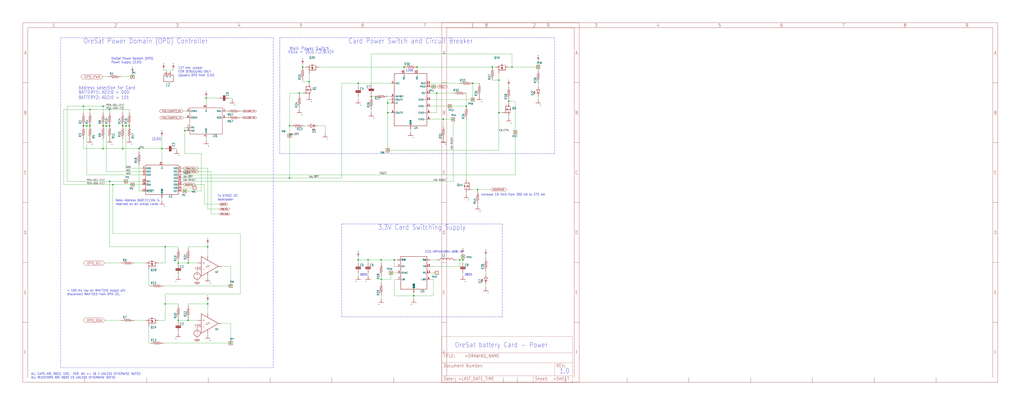
<source format=kicad_sch>
(kicad_sch (version 20211123) (generator eeschema)
  (paper "User" 795.02 317.906)
  (junction (at 361.95 82.55))
  (junction (at 300.99 87.63))
  (junction (at 69.85 85.09))
  (junction (at 367.03 64.77))
  (junction (at 97.79 97.79))
  (junction (at 397.51 52.07))
  (junction (at 240.03 63.5))
  (junction (at 356.87 201.93))
  (junction (at 224.79 97.79))
  (junction (at 64.77 97.79))
  (junction (at 382.27 52.07))
  (junction (at 161.29 236.22))
  (junction (at 295.91 217.17))
  (junction (at 339.09 72.39))
  (junction (at 394.97 78.74))
  (junction (at 387.35 62.23))
  (junction (at 295.91 201.93))
  (junction (at 85.09 140.97))
  (junction (at 224.79 138.43))
  (junction (at 100.33 97.79))
  (junction (at 232.41 72.39))
  (junction (at 87.63 143.51))
  (junction (at 82.55 97.79))
  (junction (at 303.53 212.09))
  (junction (at 143.51 101.6))
  (junction (at 146.05 248.92))
  (junction (at 400.05 102.87))
  (junction (at 80.01 115.57))
  (junction (at 351.79 92.71))
  (junction (at 80.01 97.79))
  (junction (at 278.13 64.77))
  (junction (at 300.99 116.84))
  (junction (at 102.87 59.69))
  (junction (at 306.07 201.93))
  (junction (at 179.07 222.25))
  (junction (at 224.79 105.41))
  (junction (at 323.85 52.07))
  (junction (at 102.87 143.51))
  (junction (at 138.43 204.47))
  (junction (at 234.95 52.07))
  (junction (at 128.27 236.22))
  (junction (at 160.02 76.2))
  (junction (at 349.25 82.55))
  (junction (at 97.79 140.97))
  (junction (at 95.25 115.57))
  (junction (at 321.31 229.87))
  (junction (at 95.25 97.79))
  (junction (at 107.95 115.57))
  (junction (at 370.84 147.32))
  (junction (at 417.83 52.07))
  (junction (at 179.07 266.7))
  (junction (at 300.99 80.01))
  (junction (at 313.69 52.07))
  (junction (at 138.43 248.92))
  (junction (at 161.29 191.77))
  (junction (at 285.75 201.93))
  (junction (at 288.29 74.93))
  (junction (at 146.05 204.47))
  (junction (at 67.31 97.79))
  (junction (at 143.51 148.59))
  (junction (at 69.85 97.79))
  (junction (at 344.17 92.71))
  (junction (at 85.09 97.79))
  (junction (at 336.55 67.31))
  (junction (at 85.09 85.09))
  (junction (at 80.01 82.55))
  (junction (at 367.03 77.47))
  (junction (at 125.73 115.57))
  (junction (at 64.77 82.55))
  (junction (at 387.35 87.63))
  (junction (at 359.41 199.39))
  (junction (at 278.13 201.93))
  (junction (at 359.41 201.93))
  (junction (at 128.27 191.77))
  (wire (pts (xy 128.27 236.22) (xy 128.27 228.6)))
  (wire (pts (xy 400.05 78.74) (xy 400.05 102.87)))
  (wire (pts (xy 226.06 97.79) (xy 224.79 97.79)))
  (wire (pts (xy 359.41 204.47) (xy 359.41 201.93)))
  (wire (pts (xy 160.02 76.2) (xy 170.18 76.2)))
  (wire (pts (xy 387.35 116.84) (xy 300.99 116.84)))
  (wire (pts (xy 138.43 204.47) (xy 146.05 204.47)))
  (wire (pts (xy 377.19 210.82) (xy 377.19 213.36)))
  (wire (pts (xy 417.83 74.93) (xy 417.83 77.47)))
  (polyline (pts (xy 212.09 285.75) (xy 46.99 285.75)))
  (wire (pts (xy 234.95 49.53) (xy 234.95 52.07)))
  (wire (pts (xy 116.84 222.25) (xy 115.57 222.25)))
  (wire (pts (xy 236.22 97.79) (xy 238.76 97.79)))
  (wire (pts (xy 300.99 80.01) (xy 300.99 87.63)))
  (wire (pts (xy 288.29 66.04) (xy 288.29 41.91)))
  (wire (pts (xy 172.085 207.01) (xy 179.07 207.01)))
  (wire (pts (xy 138.43 191.77) (xy 128.27 191.77)))
  (wire (pts (xy 127 222.25) (xy 179.07 222.25)))
  (polyline (pts (xy 212.09 29.21) (xy 212.09 285.75)))
  (wire (pts (xy 160.02 109.22) (xy 160.02 106.68)))
  (wire (pts (xy 224.79 105.41) (xy 224.79 138.43)))
  (wire (pts (xy 288.29 73.66) (xy 288.29 74.93)))
  (wire (pts (xy 128.27 191.77) (xy 85.09 191.77)))
  (wire (pts (xy 334.01 72.39) (xy 339.09 72.39)))
  (wire (pts (xy 100.33 85.09) (xy 100.33 87.63)))
  (wire (pts (xy 367.03 64.77) (xy 372.11 64.77)))
  (wire (pts (xy 146.05 203.2) (xy 146.05 204.47)))
  (wire (pts (xy 356.87 201.93) (xy 354.33 201.93)))
  (wire (pts (xy 67.31 135.89) (xy 67.31 97.79)))
  (wire (pts (xy 306.07 217.17) (xy 306.07 229.87)))
  (wire (pts (xy 246.38 97.79) (xy 252.476 97.79)))
  (wire (pts (xy 93.98 59.69) (xy 102.87 59.69)))
  (wire (pts (xy 85.09 97.79) (xy 82.55 97.79)))
  (wire (pts (xy 303.53 74.93) (xy 300.99 74.93)))
  (wire (pts (xy 377.19 198.12) (xy 377.19 200.66)))
  (wire (pts (xy 179.07 251.46) (xy 179.07 266.7)))
  (wire (pts (xy 334.01 201.93) (xy 339.09 201.93)))
  (wire (pts (xy 102.87 143.51) (xy 87.63 143.51)))
  (polyline (pts (xy 389.89 246.38) (xy 265.43 246.38)))
  (wire (pts (xy 394.97 90.17) (xy 394.97 91.44)))
  (wire (pts (xy 359.41 214.63) (xy 359.41 212.09)))
  (wire (pts (xy 232.41 72.39) (xy 224.79 72.39)))
  (wire (pts (xy 387.35 62.23) (xy 387.35 87.63)))
  (wire (pts (xy 129.54 54.61) (xy 129.54 55.88)))
  (wire (pts (xy 93.98 248.92) (xy 81.28 248.92)))
  (wire (pts (xy 394.97 78.74) (xy 400.05 78.74)))
  (polyline (pts (xy 430.53 29.21) (xy 430.53 119.38)))
  (wire (pts (xy 278.13 212.09) (xy 278.13 214.63)))
  (wire (pts (xy 400.05 102.87) (xy 400.05 135.89)))
  (wire (pts (xy 394.97 78.74) (xy 394.97 80.01)))
  (wire (pts (xy 127 53.34) (xy 127 54.61)))
  (wire (pts (xy 128.27 228.6) (xy 186.69 228.6)))
  (wire (pts (xy 161.29 130.81) (xy 161.29 162.56)))
  (wire (pts (xy 334.01 87.63) (xy 339.09 87.63)))
  (wire (pts (xy 49.53 143.51) (xy 49.53 85.09)))
  (wire (pts (xy 285.75 214.63) (xy 285.75 212.09)))
  (wire (pts (xy 417.83 64.77) (xy 417.83 67.31)))
  (wire (pts (xy 336.55 229.87) (xy 321.31 229.87)))
  (wire (pts (xy 252.476 97.79) (xy 252.476 103.886)))
  (wire (pts (xy 128.27 248.92) (xy 123.19 248.92)))
  (wire (pts (xy 234.95 52.07) (xy 237.49 52.07)))
  (wire (pts (xy 265.43 64.77) (xy 278.13 64.77)))
  (wire (pts (xy 349.25 82.55) (xy 361.95 82.55)))
  (wire (pts (xy 356.87 201.93) (xy 359.41 201.93)))
  (wire (pts (xy 161.29 130.81) (xy 140.97 130.81)))
  (wire (pts (xy 115.57 222.25) (xy 115.57 209.55)))
  (wire (pts (xy 161.29 260.35) (xy 161.29 259.08)))
  (wire (pts (xy 64.77 82.55) (xy 80.01 82.55)))
  (wire (pts (xy 278.13 77.47) (xy 278.13 74.93)))
  (wire (pts (xy 138.43 259.08) (xy 138.43 257.81)))
  (wire (pts (xy 321.31 232.41) (xy 321.31 229.87)))
  (wire (pts (xy 336.55 67.31) (xy 339.09 67.31)))
  (wire (pts (xy 400.05 135.89) (xy 140.97 135.89)))
  (wire (pts (xy 49.53 85.09) (xy 69.85 85.09)))
  (wire (pts (xy 295.91 217.17) (xy 295.91 214.63)))
  (wire (pts (xy 110.49 148.59) (xy 107.95 148.59)))
  (wire (pts (xy 138.43 248.92) (xy 138.43 247.65)))
  (wire (pts (xy 134.62 54.61) (xy 132.08 54.61)))
  (wire (pts (xy 361.95 151.13) (xy 361.95 149.86)))
  (wire (pts (xy 318.77 102.87) (xy 318.77 100.33)))
  (wire (pts (xy 138.43 205.74) (xy 138.43 204.47)))
  (wire (pts (xy 351.79 140.97) (xy 351.79 92.71)))
  (polyline (pts (xy 46.99 285.75) (xy 46.99 29.21)))
  (wire (pts (xy 339.09 87.63) (xy 339.09 72.39)))
  (wire (pts (xy 128.27 204.47) (xy 123.19 204.47)))
  (wire (pts (xy 179.07 266.7) (xy 127 266.7)))
  (wire (pts (xy 161.29 191.77) (xy 161.29 189.23)))
  (wire (pts (xy 175.26 86.36) (xy 176.53 86.36)))
  (wire (pts (xy 394.97 66.04) (xy 394.97 67.31)))
  (wire (pts (xy 64.77 87.63) (xy 64.77 82.55)))
  (wire (pts (xy 80.01 87.63) (xy 80.01 82.55)))
  (wire (pts (xy 361.95 139.7) (xy 361.95 92.71)))
  (wire (pts (xy 300.99 80.01) (xy 303.53 80.01)))
  (wire (pts (xy 110.49 133.35) (xy 82.55 133.35)))
  (wire (pts (xy 351.79 92.71) (xy 344.17 92.71)))
  (wire (pts (xy 158.75 158.75) (xy 170.18 158.75)))
  (wire (pts (xy 146.05 204.47) (xy 153.67 204.47)))
  (wire (pts (xy 113.03 248.92) (xy 104.14 248.92)))
  (wire (pts (xy 125.73 115.57) (xy 128.27 115.57)))
  (wire (pts (xy 64.77 115.57) (xy 80.01 115.57)))
  (wire (pts (xy 300.99 116.84) (xy 300.99 87.63)))
  (wire (pts (xy 116.84 266.7) (xy 115.57 266.7)))
  (wire (pts (xy 394.97 52.07) (xy 397.51 52.07)))
  (wire (pts (xy 107.95 128.27) (xy 107.95 148.59)))
  (wire (pts (xy 240.03 63.5) (xy 240.03 57.15)))
  (wire (pts (xy 52.07 140.97) (xy 52.07 82.55)))
  (wire (pts (xy 323.85 54.61) (xy 323.85 52.07)))
  (wire (pts (xy 146.05 248.92) (xy 153.67 248.92)))
  (wire (pts (xy 134.62 53.34) (xy 134.62 54.61)))
  (wire (pts (xy 161.29 215.9) (xy 161.29 214.63)))
  (wire (pts (xy 224.79 138.43) (xy 265.43 138.43)))
  (wire (pts (xy 107.95 118.11) (xy 107.95 115.57)))
  (wire (pts (xy 128.27 236.22) (xy 128.27 248.92)))
  (wire (pts (xy 160.02 76.2) (xy 160.02 81.28)))
  (wire (pts (xy 85.09 140.97) (xy 97.79 140.97)))
  (wire (pts (xy 161.29 162.56) (xy 170.18 162.56)))
  (wire (pts (xy 278.13 201.93) (xy 278.13 199.39)))
  (wire (pts (xy 344.17 92.71) (xy 334.01 92.71)))
  (wire (pts (xy 127 54.61) (xy 129.54 54.61)))
  (polyline (pts (xy 430.53 119.38) (xy 217.17 119.38)))
  (wire (pts (xy 158.75 143.51) (xy 158.75 158.75)))
  (wire (pts (xy 161.29 236.22) (xy 146.05 236.22)))
  (wire (pts (xy 397.51 52.07) (xy 417.83 52.07)))
  (wire (pts (xy 146.05 237.49) (xy 146.05 236.22)))
  (wire (pts (xy 177.8 76.2) (xy 180.34 76.2)))
  (wire (pts (xy 295.91 204.47) (xy 295.91 201.93)))
  (wire (pts (xy 186.69 86.36) (xy 187.96 86.36)))
  (wire (pts (xy 137.16 115.57) (xy 137.16 116.84)))
  (wire (pts (xy 138.43 214.63) (xy 138.43 213.36)))
  (wire (pts (xy 82.55 133.35) (xy 82.55 97.79)))
  (wire (pts (xy 138.43 248.92) (xy 146.05 248.92)))
  (wire (pts (xy 334.01 212.09) (xy 339.09 212.09)))
  (wire (pts (xy 394.97 77.47) (xy 394.97 78.74)))
  (wire (pts (xy 64.77 115.57) (xy 64.77 107.95)))
  (wire (pts (xy 113.03 204.47) (xy 104.14 204.47)))
  (wire (pts (xy 146.05 193.04) (xy 146.05 191.77)))
  (wire (pts (xy 143.51 99.06) (xy 144.78 99.06)))
  (wire (pts (xy 186.69 91.44) (xy 187.96 91.44)))
  (wire (pts (xy 295.91 201.93) (xy 285.75 201.93)))
  (wire (pts (xy 336.55 217.17) (xy 336.55 229.87)))
  (wire (pts (xy 100.33 97.79) (xy 97.79 97.79)))
  (wire (pts (xy 334.01 67.31) (xy 336.55 67.31)))
  (wire (pts (xy 69.85 97.79) (xy 67.31 97.79)))
  (wire (pts (xy 95.25 87.63) (xy 95.25 82.55)))
  (wire (pts (xy 186.69 228.6) (xy 186.69 181.61)))
  (wire (pts (xy 334.01 217.17) (xy 336.55 217.17)))
  (wire (pts (xy 417.83 46.99) (xy 417.83 52.07)))
  (wire (pts (xy 306.07 229.87) (xy 321.31 229.87)))
  (wire (pts (xy 349.25 82.55) (xy 334.01 82.55)))
  (wire (pts (xy 97.79 140.97) (xy 110.49 140.97)))
  (wire (pts (xy 306.07 207.01) (xy 306.07 201.93)))
  (wire (pts (xy 140.97 143.51) (xy 158.75 143.51)))
  (wire (pts (xy 138.43 248.92) (xy 138.43 250.19)))
  (wire (pts (xy 334.01 207.01) (xy 356.87 207.01)))
  (wire (pts (xy 138.43 237.49) (xy 138.43 236.22)))
  (wire (pts (xy 382.27 62.23) (xy 387.35 62.23)))
  (wire (pts (xy 232.41 72.39) (xy 234.95 72.39)))
  (wire (pts (xy 417.83 52.07) (xy 417.83 54.61)))
  (wire (pts (xy 387.35 87.63) (xy 387.35 116.84)))
  (wire (pts (xy 247.65 52.07) (xy 313.69 52.07)))
  (wire (pts (xy 179.07 207.01) (xy 179.07 222.25)))
  (wire (pts (xy 97.79 130.81) (xy 97.79 97.79)))
  (wire (pts (xy 323.85 52.07) (xy 382.27 52.07)))
  (polyline (pts (xy 265.43 173.99) (xy 389.89 173.99)))
  (wire (pts (xy 143.51 148.59) (xy 156.21 148.59)))
  (wire (pts (xy 377.19 220.98) (xy 377.19 223.52)))
  (wire (pts (xy 321.31 229.87) (xy 321.31 227.33)))
  (wire (pts (xy 85.09 191.77) (xy 85.09 140.97)))
  (wire (pts (xy 370.84 160.02) (xy 370.84 158.75)))
  (wire (pts (xy 306.07 201.93) (xy 295.91 201.93)))
  (polyline (pts (xy 265.43 246.38) (xy 265.43 173.99)))
  (wire (pts (xy 161.29 236.22) (xy 161.29 233.68)))
  (wire (pts (xy 135.89 115.57) (xy 137.16 115.57)))
  (polyline (pts (xy 217.17 119.38) (xy 217.17 29.21)))
  (wire (pts (xy 87.63 143.51) (xy 49.53 143.51)))
  (wire (pts (xy 278.13 64.77) (xy 303.53 64.77)))
  (wire (pts (xy 87.63 181.61) (xy 87.63 143.51)))
  (wire (pts (xy 295.91 232.41) (xy 295.91 229.87)))
  (wire (pts (xy 143.51 148.59) (xy 140.97 148.59)))
  (wire (pts (xy 389.89 87.63) (xy 387.35 87.63)))
  (wire (pts (xy 278.13 204.47) (xy 278.13 201.93)))
  (wire (pts (xy 128.27 191.77) (xy 128.27 204.47)))
  (wire (pts (xy 186.69 181.61) (xy 87.63 181.61)))
  (wire (pts (xy 303.53 212.09) (xy 308.61 212.09)))
  (wire (pts (xy 300.99 77.47) (xy 300.99 80.01)))
  (wire (pts (xy 224.79 72.39) (xy 224.79 97.79)))
  (wire (pts (xy 224.79 97.79) (xy 224.79 105.41)))
  (wire (pts (xy 102.87 59.69) (xy 102.87 55.88)))
  (wire (pts (xy 370.84 147.32) (xy 367.03 147.32)))
  (wire (pts (xy 83.82 59.69) (xy 80.01 59.69)))
  (wire (pts (xy 163.83 166.37) (xy 170.18 166.37)))
  (wire (pts (xy 300.99 87.63) (xy 303.53 87.63)))
  (wire (pts (xy 163.83 133.35) (xy 163.83 166.37)))
  (wire (pts (xy 69.85 87.63) (xy 69.85 85.09)))
  (wire (pts (xy 143.51 101.6) (xy 143.51 119.38)))
  (wire (pts (xy 85.09 87.63) (xy 85.09 85.09)))
  (polyline (pts (xy 389.89 173.99) (xy 389.89 246.38)))
  (wire (pts (xy 140.97 140.97) (xy 351.79 140.97)))
  (wire (pts (xy 140.97 133.35) (xy 163.83 133.35)))
  (wire (pts (xy 359.41 201.93) (xy 359.41 199.39)))
  (wire (pts (xy 234.95 62.23) (xy 234.95 63.5)))
  (wire (pts (xy 138.43 236.22) (xy 128.27 236.22)))
  (polyline (pts (xy 217.17 29.21) (xy 430.53 29.21)))
  (wire (pts (xy 52.07 82.55) (xy 64.77 82.55)))
  (wire (pts (xy 359.41 196.85) (xy 359.41 199.39)))
  (wire (pts (xy 356.87 207.01) (xy 356.87 201.93)))
  (wire (pts (xy 306.07 217.17) (xy 308.61 217.17)))
  (wire (pts (xy 146.05 247.65) (xy 146.05 248.92)))
  (wire (pts (xy 85.09 85.09) (xy 100.33 85.09)))
  (wire (pts (xy 95.25 115.57) (xy 95.25 107.95)))
  (wire (pts (xy 370.84 148.59) (xy 370.84 147.32)))
  (wire (pts (xy 288.29 41.91) (xy 397.51 41.91)))
  (wire (pts (xy 382.27 52.07) (xy 384.81 52.07)))
  (wire (pts (xy 156.21 148.59) (xy 156.21 119.38)))
  (wire (pts (xy 138.43 193.04) (xy 138.43 191.77)))
  (wire (pts (xy 240.03 64.77) (xy 240.03 63.5)))
  (wire (pts (xy 95.25 115.57) (xy 107.95 115.57)))
  (wire (pts (xy 285.75 204.47) (xy 285.75 201.93)))
  (wire (pts (xy 303.53 217.17) (xy 295.91 217.17)))
  (wire (pts (xy 232.41 83.82) (xy 232.41 85.09)))
  (wire (pts (xy 82.55 97.79) (xy 80.01 97.79)))
  (wire (pts (xy 161.29 236.22) (xy 161.29 243.84)))
  (wire (pts (xy 367.03 77.47) (xy 367.03 64.77)))
  (wire (pts (xy 97.79 97.79) (xy 95.25 97.79)))
  (wire (pts (xy 143.51 101.6) (xy 143.51 99.06)))
  (wire (pts (xy 387.35 62.23) (xy 387.35 57.15)))
  (polyline (pts (xy 46.99 29.21) (xy 212.09 29.21)))
  (wire (pts (xy 303.53 77.47) (xy 300.99 77.47)))
  (wire (pts (xy 93.98 204.47) (xy 81.28 204.47)))
  (wire (pts (xy 344.17 97.79) (xy 344.17 92.71)))
  (wire (pts (xy 138.43 204.47) (xy 138.43 203.2)))
  (wire (pts (xy 69.85 85.09) (xy 85.09 85.09)))
  (wire (pts (xy 361.95 82.55) (xy 361.95 72.39)))
  (wire (pts (xy 110.49 135.89) (xy 67.31 135.89)))
  (wire (pts (xy 265.43 138.43) (xy 265.43 64.77)))
  (wire (pts (xy 156.21 119.38) (xy 143.51 119.38)))
  (wire (pts (xy 144.78 86.36) (xy 142.24 86.36)))
  (wire (pts (xy 140.97 138.43) (xy 224.79 138.43)))
  (wire (pts (xy 125.73 156.21) (xy 125.73 153.67)))
  (wire (pts (xy 339.09 72.39) (xy 351.79 72.39)))
  (wire (pts (xy 52.07 140.97) (xy 85.09 140.97)))
  (wire (pts (xy 80.01 115.57) (xy 95.25 115.57)))
  (wire (pts (xy 125.73 125.73) (xy 125.73 115.57)))
  (wire (pts (xy 80.01 115.57) (xy 80.01 107.95)))
  (wire (pts (xy 308.61 201.93) (xy 306.07 201.93)))
  (wire (pts (xy 115.57 254) (xy 115.57 266.7)))
  (wire (pts (xy 303.53 212.09) (xy 303.53 217.17)))
  (wire (pts (xy 175.26 91.44) (xy 176.53 91.44)))
  (wire (pts (xy 160.02 74.93) (xy 160.02 76.2)))
  (wire (pts (xy 306.07 207.01) (xy 308.61 207.01)))
  (wire (pts (xy 232.41 73.66) (xy 232.41 72.39)))
  (wire (pts (xy 161.29 199.39) (xy 161.29 191.77)))
  (wire (pts (xy 278.13 67.31) (xy 278.13 64.77)))
  (wire (pts (xy 161.29 191.77) (xy 146.05 191.77)))
  (wire (pts (xy 334.01 64.77) (xy 356.87 64.77)))
  (wire (pts (xy 288.29 74.93) (xy 290.83 74.93)))
  (wire (pts (xy 80.01 82.55) (xy 95.25 82.55)))
  (wire (pts (xy 334.01 77.47) (xy 367.03 77.47)))
  (wire (pts (xy 288.29 87.63) (xy 288.29 85.09)))
  (wire (pts (xy 370.84 147.32) (xy 381 147.32)))
  (wire (pts (xy 313.69 52.07) (xy 313.69 54.61)))
  (wire (pts (xy 110.49 130.81) (xy 97.79 130.81)))
  (wire (pts (xy 397.51 41.91) (xy 397.51 52.07)))
  (wire (pts (xy 234.95 63.5) (xy 240.03 63.5)))
  (wire (pts (xy 295.91 219.71) (xy 295.91 217.17)))
  (wire (pts (xy 67.31 97.79) (xy 64.77 97.79)))
  (wire (pts (xy 144.78 91.44) (xy 142.24 91.44)))
  (wire (pts (xy 144.78 101.6) (xy 143.51 101.6)))
  (wire (pts (xy 110.49 143.51) (xy 102.87 143.51)))
  (wire (pts (xy 278.13 201.93) (xy 285.75 201.93)))
  (wire (pts (xy 125.73 115.57) (xy 125.73 105.41)))
  (wire (pts (xy 107.95 115.57) (xy 125.73 115.57)))
  (wire (pts (xy 180.34 76.2) (xy 180.34 77.47)))
  (wire (pts (xy 132.08 54.61) (xy 132.08 55.88)))
  (wire (pts (xy 140.97 146.05) (xy 151.13 146.05)))
  (wire (pts (xy 172.085 251.46) (xy 179.07 251.46)))
  (text "ECS-MPI4040R4-6R8-R" (at 330.2 196.85 180) (effects (font (size 1.778 1.5113)) (justify left bottom)))
  (text "Address selection for Card" (at 60.96 69.85 180) (effects (font (size 2.54 2.159)) (justify left bottom)))
  (text "127 mm Jumper\nFOR DEBUGGING ONLY\n(powers OPD from 3.3V)" (at 138.43 59.69 0) (effects (font (size 1.778 1.5113)) (justify left bottom)))
  (text "1.0" (at 434.34 290.83 180) (effects (font (size 3.81 3.2385)) (justify left bottom)))
  (text "(3.3V)" (at 118.11 109.22 180) (effects (font (size 1.778 1.5113)) (justify left bottom)))
  (text "BATTERY1: AD2:0 = 000\nBATTERY2: AD2:0 = 101" (at 60.96 77.47 180) (effects (font (size 2.54 2.159)) (justify left bottom)))
  (text "Main Power Switch" (at 224.79 39.37 180) (effects (font (size 2.54 2.159)) (justify left bottom)))
  (text "0805" (at 360.68 214.63 180) (effects (font (size 1.778 1.5113)) (justify left bottom)))
  (text "1206" (at 314.96 55.88 180) (effects (font (size 1.778 1.5113)) (justify left bottom)))
  (text "ALL CAPS ARE 0603, 10%,  X5R, WV >= 16 V UNLESS OTHERWISE NOTED\nALL RESISTORS ARE 0603 1% UNLESS OTHERWISE NOTED" (at 24.13 294.64 0) (effects (font (size 1.778 1.5113)) (justify left bottom)))
  (text "Note: Address 0b0111110x is\nreserved on all oresat cards" (at 89.662 159.766 0) (effects (font (size 1.778 1.5113)) (justify left bottom)))
  (text "OreSat Power Domain (OPD) Controller" (at 64.77 34.29 180) (effects (font (size 3.81 3.2385)) (justify left bottom)))
  (text "Card Power Switch and Circuit Breaker" (at 270.51 34.29 180) (effects (font (size 3.81 3.2385)) (justify left bottom)))
  (text "3.3V Card Switching Supply" (at 293.37 179.07 180) (effects (font (size 3.81 3.2385)) (justify left bottom)))
  (text "OreSat battery Card - Power" (at 353.06 270.51 180) (effects (font (size 3.81 3.2385)) (justify left bottom)))
  (text "Increase CB limit from 300 mA to 375 mA" (at 373.38 152.4 180) (effects (font (size 1.778 1.5113)) (justify left bottom)))
  (text "OreSat Power Domain (OPD)\nPower Supply (3.3V)" (at 86.36 49.53 180) (effects (font (size 1.778 1.5113)) (justify left bottom)))
  (text "0805" (at 279.4 214.63 180) (effects (font (size 1.778 1.5113)) (justify left bottom)))
  (text "Vbus = (6.0,7.2,8.4)V" (at 223.52 41.91 180) (effects (font (size 2.54 2.159)) (justify left bottom)))
  (text "To STM32 I2C\nbootloader" (at 168.91 156.21 180) (effects (font (size 1.778 1.5113)) (justify left bottom)))
  (text "> 100 ms low on MAX7310 output will\ndisconnect MAX7310 from OPD I2C." (at 52.07 229.87 0) (effects (font (size 1.778 1.5113)) (justify left bottom)))
  (label "PEN-SDA-FILT" (at 82.55 85.09 0) (effects (font (size 1.2446 1.2446))))
  (label "ON/~{OFF}" (at 142.24 138.43 0) (effects (font (size 1.2446 1.2446))))
  (label "CB-RESET" (at 336.55 140.97 0) (effects (font (size 1.2446 1.2446))))
  (label "~{FAULT}" (at 142.24 135.89 0) (effects (font (size 1.2446 1.2446))))
  (label "CB_CTRL" (at 387.35 102.235 0) (effects (font (size 1.2446 1.2446))))
  (label "PEN-SCL-FILT" (at 67.31 140.97 0) (effects (font (size 1.2446 1.2446))))
  (label "CB-RESET" (at 142.24 140.97 0) (effects (font (size 1.2446 1.2446))))
  (label "CB-RESET" (at 351.79 116.205 90) (effects (font (size 1.2446 1.2446))))
  (label "PEN-SDA-FILT" (at 67.31 143.51 0) (effects (font (size 1.2446 1.2446))))
  (label "AD0" (at 97.79 130.81 0) (effects (font (size 1.2446 1.2446))))
  (label "PEN-SCL-FILT" (at 82.55 82.55 0) (effects (font (size 1.2446 1.2446))))
  (label "~{FAULT}" (at 294.64 135.89 0) (effects (font (size 1.2446 1.2446))))
  (label "AD1" (at 97.79 133.35 0) (effects (font (size 1.2446 1.2446))))
  (label "VPD" (at 107.95 115.57 0) (effects (font (size 1.2446 1.2446))))
  (label "ON/~{OFF}" (at 224.79 105.41 0) (effects (font (size 1.2446 1.2446))))
  (label "AD2" (at 97.79 135.89 0) (effects (font (size 1.2446 1.2446))))
  (label "ON/~{OFF}" (at 240.03 138.43 0) (effects (font (size 1.2446 1.2446))))
  (global_label "OPD_SDA" (shape bidirectional) (at 81.28 248.92 180) (effects (font (size 1.778 1.778))) (property "Intersheet References" "${INTERSHEET_REFS}" (effects hide)))
  (global_label "C3-UART-TX" (shape bidirectional) (at 187.96 86.36 0) (effects (font (size 0.889 0.889))) (property "Intersheet References" "${INTERSHEET_REFS}" (effects hide)))
  (global_label "BOOT0" (shape bidirectional) (at 170.18 158.75 0) (effects (font (size 0.889 0.889))) (property "Intersheet References" "${INTERSHEET_REFS}" (effects hide)))
  (global_label "PB6/SCL" (shape bidirectional) (at 170.18 162.56 0) (effects (font (size 0.889 0.889))) (property "Intersheet References" "${INTERSHEET_REFS}" (effects hide)))
  (global_label "OPD_PWR" (shape bidirectional) (at 80.01 59.69 180) (effects (font (size 1.778 1.778))) (property "Intersheet References" "${INTERSHEET_REFS}" (effects hide)))
  (global_label "PB6/SCL" (shape bidirectional) (at 142.24 130.81 0) (effects (font (size 1.2446 1.2446))) (property "Intersheet References" "${INTERSHEET_REFS}" (effects hide)))
  (global_label "PA3/USART2_RX" (shape bidirectional) (at 142.24 86.36 180) (effects (font (size 1.2446 1.2446))) (property "Intersheet References" "${INTERSHEET_REFS}" (effects hide)))
  (global_label "BOOT0" (shape bidirectional) (at 142.24 143.51 0) (effects (font (size 1.2446 1.2446))) (property "Intersheet References" "${INTERSHEET_REFS}" (effects hide)))
  (global_label "OPD_SCL" (shape bidirectional) (at 81.28 204.47 180) (effects (font (size 1.778 1.778))) (property "Intersheet References" "${INTERSHEET_REFS}" (effects hide)))
  (global_label "PB7/SDA" (shape bidirectional) (at 142.24 133.35 0) (effects (font (size 1.2446 1.2446))) (property "Intersheet References" "${INTERSHEET_REFS}" (effects hide)))
  (global_label "PA2/USART2_TX" (shape bidirectional) (at 142.24 91.44 180) (effects (font (size 1.2446 1.2446))) (property "Intersheet References" "${INTERSHEET_REFS}" (effects hide)))
  (global_label "MOARPWR" (shape bidirectional) (at 381 147.32 0) (effects (font (size 1.2446 1.2446))) (property "Intersheet References" "${INTERSHEET_REFS}" (effects hide)))
  (global_label "C3-UART-RX" (shape bidirectional) (at 187.96 91.44 0) (effects (font (size 0.889 0.889))) (property "Intersheet References" "${INTERSHEET_REFS}" (effects hide)))
  (global_label "POUT" (shape bidirectional) (at 339.09 67.31 0) (effects (font (size 1.2446 1.2446))) (property "Intersheet References" "${INTERSHEET_REFS}" (effects hide)))
  (global_label "PB7/SDA" (shape bidirectional) (at 170.18 166.37 0) (effects (font (size 0.889 0.889))) (property "Intersheet References" "${INTERSHEET_REFS}" (effects hide)))
  (symbol (lib_id "oresat-batteries-eagle-import:C-EU0603-C-NOSILK") (at 175.26 76.2 270) (mirror x) (unit 1)
    (property "Reference" "C9" (at 175.641 74.676 0) (effects (font (size 1.778 1.5113)) (justify left bottom)))
  )
  (symbol (lib_id "oresat-batteries-eagle-import:C-EU0603-C-NOSILK") (at 288.29 71.12 0) (mirror x) (unit 1)
    (property "Reference" "C7" (at 284.48 68.58 0) (effects (font (size 1.778 1.5113)) (justify left top)))
  )
  (symbol (lib_id "oresat-batteries-eagle-import:MOSFET-PCH-SOT23-6") (at 389.89 54.61 90) (unit 1)
    (property "Reference" "Q4" (at 383.54 45.72 90) (effects (font (size 1.778 1.5113)) (justify right top)))
  )
  (symbol (lib_id "oresat-batteries-eagle-import:GND") (at 321.31 234.95 0) (unit 1)
    (property "Reference" "#GND22" (effects hide))
  )
  (symbol (lib_id "oresat-batteries-eagle-import:R-US_0603-C-NOSILK") (at 95.25 92.71 270) (unit 1)
    (property "Reference" "R14" (at 93.7514 96.52 0) (effects (font (size 1.778 1.5113)) (justify right top)))
  )
  (symbol (lib_id "oresat-batteries-eagle-import:C-EU0805-B-NOSILK") (at 359.41 207.01 0) (unit 1)
    (property "Reference" "C8" (at 360.68 207.01 0) (effects (font (size 1.778 1.5113)) (justify left bottom)))
  )
  (symbol (lib_id "oresat-batteries-eagle-import:TEST-POINT-LARGE-SQUARE") (at 359.41 199.39 0) (unit 1)
    (property "Reference" "TP15" (at 361.95 200.66 0) (effects (font (size 1.27 1.0795)) (justify left bottom)))
  )
  (symbol (lib_id "oresat-batteries-eagle-import:TEST-POINT-LARGE-SQUARE") (at 351.79 92.71 180) (unit 1)
    (property "Reference" "TP14" (at 354.33 88.9 0) (effects (font (size 1.27 1.0795)) (justify left bottom)))
  )
  (symbol (lib_id "oresat-batteries-eagle-import:VPD") (at 160.02 74.93 0) (unit 1)
    (property "Reference" "#VPD7" (effects hide))
  )
  (symbol (lib_id "oresat-batteries-eagle-import:GND") (at 100.33 110.49 0) (mirror y) (unit 1)
    (property "Reference" "#GND6" (effects hide))
  )
  (symbol (lib_id "oresat-batteries-eagle-import:TEST-POINT-LARGE-SQUARE") (at 300.99 116.84 0) (mirror y) (unit 1)
    (property "Reference" "TP9" (at 298.45 119.38 0) (effects (font (size 1.27 1.0795)) (justify left bottom)))
  )
  (symbol (lib_id "oresat-batteries-eagle-import:GND") (at 417.83 80.01 0) (mirror y) (unit 1)
    (property "Reference" "#GND29" (effects hide))
  )
  (symbol (lib_id "oresat-batteries-eagle-import:LED-GREEN0603") (at 377.19 215.9 0) (unit 1)
    (property "Reference" "D2" (at 373.761 220.472 90) (effects (font (size 1.778 1.778)) (justify left bottom)))
  )
  (symbol (lib_id "oresat-batteries-eagle-import:R-US_0603-C-NOSILK") (at 361.95 64.77 180) (unit 1)
    (property "Reference" "R33" (at 356.87 63.5 0) (effects (font (size 1.778 1.5113)) (justify right top)))
  )
  (symbol (lib_id "oresat-batteries-eagle-import:LED-GREEN0603") (at 241.3 97.79 90) (unit 1)
    (property "Reference" "D1" (at 245.872 101.219 90) (effects (font (size 1.778 1.778)) (justify left bottom)))
  )
  (symbol (lib_id "oresat-batteries-eagle-import:R-US_0603-C-NOSILK") (at 138.43 242.57 90) (unit 1)
    (property "Reference" "R20" (at 137.16 247.65 0) (effects (font (size 1.778 1.5113)) (justify left bottom)))
  )
  (symbol (lib_id "oresat-batteries-eagle-import:VBUSP") (at 417.83 46.99 0) (unit 1)
    (property "Reference" "#VBUSP2" (effects hide))
  )
  (symbol (lib_id "oresat-batteries-eagle-import:R-US_0603-C-NOSILK") (at 417.83 59.69 90) (unit 1)
    (property "Reference" "R39" (at 416.56 64.77 0) (effects (font (size 1.778 1.5113)) (justify left bottom)))
  )
  (symbol (lib_id "oresat-batteries-eagle-import:FRAME_B_L") (at 17.78 297.18 0) (unit 1)
    (property "Reference" "#FRAME2" (effects hide))
  )
  (symbol (lib_id "oresat-batteries-eagle-import:VBUSP") (at 278.13 199.39 0) (unit 1)
    (property "Reference" "#VBUSP1" (effects hide))
  )
  (symbol (lib_id "oresat-batteries-eagle-import:GND") (at 285.75 217.17 0) (unit 1)
    (property "Reference" "#GND18" (effects hide))
  )
  (symbol (lib_id "oresat-batteries-eagle-import:TEST-POINT-LARGE-SQUARE") (at 303.53 212.09 0) (unit 1)
    (property "Reference" "TP10" (at 300.228 209.804 0) (effects (font (size 1.27 1.0795)) (justify left bottom)))
  )
  (symbol (lib_id "oresat-batteries-eagle-import:R-US_0603-C-NOSILK") (at 234.95 57.15 90) (unit 1)
    (property "Reference" "R25" (at 233.68 62.23 0) (effects (font (size 1.778 1.5113)) (justify left bottom)))
  )
  (symbol (lib_id "oresat-batteries-eagle-import:N-MOSFET-SOT-23-3") (at 392.43 85.09 0) (unit 1)
    (property "Reference" "Q5" (at 397.51 85.09 0) (effects (font (size 1.778 1.5113)) (justify left bottom)))
  )
  (symbol (lib_id "oresat-batteries-eagle-import:TPS6211X") (at 321.31 209.55 0) (unit 1)
    (property "Reference" "U5" (at 326.39 227.33 0) (effects (font (size 1.778 1.5113)) (justify left bottom)))
  )
  (symbol (lib_id "oresat-batteries-eagle-import:R-US_0603-C-NOSILK") (at 95.25 102.87 270) (unit 1)
    (property "Reference" "R15" (at 93.7514 106.68 0) (effects (font (size 1.778 1.5113)) (justify right top)))
  )
  (symbol (lib_id "oresat-batteries-eagle-import:R-US_0603-C-NOSILK") (at 80.01 102.87 270) (unit 1)
    (property "Reference" "R9" (at 78.5114 106.68 0) (effects (font (size 1.778 1.5113)) (justify right top)))
  )
  (symbol (lib_id "oresat-batteries-eagle-import:TEST-POINT-LARGE-SQUARE") (at 179.07 266.7 180) (unit 1)
    (property "Reference" "TP7" (at 181.61 262.89 0) (effects (font (size 1.27 1.0795)) (justify left bottom)))
  )
  (symbol (lib_id "oresat-batteries-eagle-import:R-US_0603-C-NOSILK") (at 99.06 204.47 0) (unit 1)
    (property "Reference" "R6" (at 95.25 203.2 0) (effects (font (size 1.778 1.5113)) (justify left bottom)))
  )
  (symbol (lib_id "oresat-batteries-eagle-import:GND") (at 318.77 105.41 0) (mirror y) (unit 1)
    (property "Reference" "#GND21" (effects hide))
  )
  (symbol (lib_id "oresat-batteries-eagle-import:R-US_0603-C-NOSILK") (at 295.91 224.79 90) (unit 1)
    (property "Reference" "R29" (at 294.64 229.87 0) (effects (font (size 1.778 1.5113)) (justify left bottom)))
  )
  (symbol (lib_id "oresat-batteries-eagle-import:TEST-POINT-LARGE-SQUARE") (at 367.03 77.47 0) (unit 1)
    (property "Reference" "TP16" (at 363.22 81.28 0) (effects (font (size 1.27 1.0795)) (justify left bottom)))
  )
  (symbol (lib_id "oresat-batteries-eagle-import:R-US_0603-C-NOSILK") (at 121.92 222.25 180) (unit 1)
    (property "Reference" "R12" (at 116.84 220.98 0) (effects (font (size 1.778 1.5113)) (justify right top)))
  )
  (symbol (lib_id "oresat-batteries-eagle-import:TEST-POINT-LARGE-SQUARE") (at 179.07 222.25 180) (unit 1)
    (property "Reference" "TP6" (at 181.61 218.44 0) (effects (font (size 1.27 1.0795)) (justify left bottom)))
  )
  (symbol (lib_id "oresat-batteries-eagle-import:TEST-POINT-LARGE-SQUARE") (at 143.51 148.59 0) (unit 1)
    (property "Reference" "TP4" (at 140.97 152.4 0) (effects (font (size 1.27 1.0795)) (justify left bottom)))
  )
  (symbol (lib_id "oresat-batteries-eagle-import:R-US_0603-C-NOSILK") (at 107.95 123.19 90) (unit 1)
    (property "Reference" "R18" (at 106.4514 127 0) (effects (font (size 1.778 1.5113)) (justify left bottom)))
  )
  (symbol (lib_id "oresat-batteries-eagle-import:LED-GREEN0603") (at 417.83 69.85 0) (unit 1)
    (property "Reference" "D3" (at 414.401 74.422 90) (effects (font (size 1.778 1.778)) (justify left bottom)))
  )
  (symbol (lib_id "oresat-batteries-eagle-import:3.3V") (at 134.62 53.34 0) (unit 1)
    (property "Reference" "#SUPPLY4" (effects hide))
  )
  (symbol (lib_id "oresat-batteries-eagle-import:TS5A21366DCUR") (at 160.02 93.98 0) (unit 1)
    (property "Reference" "U6" (at 165.1 106.68 0) (effects (font (size 2.0828 1.7703)) (justify left bottom)))
  )
  (symbol (lib_id "oresat-batteries-eagle-import:MAX4211") (at 318.77 74.93 0) (unit 1)
    (property "Reference" "U4" (at 321.31 100.33 0) (effects (font (size 1.778 1.5113)) (justify left bottom)))
  )
  (symbol (lib_id "oresat-batteries-eagle-import:R-US_0603-C-NOSILK") (at 181.61 86.36 0) (unit 1)
    (property "Reference" "R57" (at 176.53 90.17 0) (effects (font (size 1.778 1.5113)) (justify left bottom)))
  )
  (symbol (lib_id "oresat-batteries-eagle-import:R-US_0603-C-NOSILK") (at 100.33 92.71 90) (unit 1)
    (property "Reference" "R16" (at 98.8314 96.52 0) (effects (font (size 1.778 1.5113)) (justify left bottom)))
  )
  (symbol (lib_id "oresat-batteries-eagle-import:MIC842LYC5") (at 161.29 207.01 0) (unit 1)
    (property "Reference" "U2" (at 167.005 212.09 0) (effects (font (size 1.27 1.0795)) (justify left bottom)))
  )
  (symbol (lib_id "oresat-batteries-eagle-import:TEST-POINT-LARGE-SQUARE") (at 349.25 82.55 0) (unit 1)
    (property "Reference" "TP13" (at 347.98 86.36 0) (effects (font (size 1.27 1.0795)) (justify left bottom)))
  )
  (symbol (lib_id "oresat-batteries-eagle-import:GND") (at 161.29 262.89 0) (mirror y) (unit 1)
    (property "Reference" "#GND11" (effects hide))
  )
  (symbol (lib_id "oresat-batteries-eagle-import:GND") (at 344.17 110.49 0) (mirror y) (unit 1)
    (property "Reference" "#GND23" (effects hide))
  )
  (symbol (lib_id "oresat-batteries-eagle-import:R-US_0603-C-NOSILK") (at 382.27 57.15 90) (unit 1)
    (property "Reference" "R37" (at 381 62.23 0) (effects (font (size 1.778 1.5113)) (justify left bottom)))
  )
  (symbol (lib_id "oresat-batteries-eagle-import:R-US_0603-C-NOSILK") (at 138.43 198.12 90) (unit 1)
    (property "Reference" "R19" (at 137.16 203.2 0) (effects (font (size 1.778 1.5113)) (justify left bottom)))
  )
  (symbol (lib_id "oresat-batteries-eagle-import:C-EU0603-C-NOSILK") (at 138.43 252.73 0) (unit 1)
    (property "Reference" "C2" (at 139.7 252.73 0) (effects (font (size 1.778 1.5113)) (justify left bottom)))
  )
  (symbol (lib_id "oresat-batteries-eagle-import:R-US_0603-C-NOSILK") (at 99.06 248.92 0) (unit 1)
    (property "Reference" "R7" (at 95.25 247.65 0) (effects (font (size 1.778 1.5113)) (justify left bottom)))
  )
  (symbol (lib_id "oresat-batteries-eagle-import:VPD") (at 394.97 66.04 0) (unit 1)
    (property "Reference" "#VPD5" (effects hide))
  )
  (symbol (lib_id "oresat-batteries-eagle-import:C-EU0805-B-NOSILK") (at 278.13 207.01 0) (unit 1)
    (property "Reference" "C5" (at 279.4 207.01 0) (effects (font (size 1.778 1.5113)) (justify left bottom)))
  )
  (symbol (lib_id "oresat-batteries-eagle-import:GND") (at 125.73 158.75 0) (mirror y) (unit 1)
    (property "Reference" "#GND9" (effects hide))
  )
  (symbol (lib_id "oresat-batteries-eagle-import:C-EU0603-C-NOSILK") (at 278.13 69.85 0) (unit 1)
    (property "Reference" "C4" (at 279.4 69.85 0) (effects (font (size 1.778 1.5113)) (justify left bottom)))
  )
  (symbol (lib_id "oresat-batteries-eagle-import:R-US_0603-C-NOSILK") (at 295.91 74.93 180) (unit 1)
    (property "Reference" "R27" (at 290.83 77.47 0) (effects (font (size 1.778 1.5113)) (justify right top)))
  )
  (symbol (lib_id "oresat-batteries-eagle-import:R-US_0603-C-NOSILK") (at 85.09 102.87 90) (unit 1)
    (property "Reference" "R11" (at 88.9 107.95 0) (effects (font (size 1.778 1.5113)) (justify left bottom)))
  )
  (symbol (lib_id "oresat-batteries-eagle-import:C-EU0603-C-NOSILK") (at 285.75 207.01 0) (unit 1)
    (property "Reference" "C6" (at 287.02 207.01 0) (effects (font (size 1.778 1.5113)) (justify left bottom)))
  )
  (symbol (lib_id "oresat-batteries-eagle-import:GND") (at 240.03 77.47 0) (mirror y) (unit 1)
    (property "Reference" "#GND14" (effects hide))
  )
  (symbol (lib_id "oresat-batteries-eagle-import:GND") (at 138.43 217.17 0) (unit 1)
    (property "Reference" "#GND7" (effects hide))
  )
  (symbol (lib_id "oresat-batteries-eagle-import:GND") (at 137.16 119.38 0) (mirror y) (unit 1)
    (property "Reference" "#GND12" (effects hide))
  )
  (symbol (lib_id "oresat-batteries-eagle-import:GND") (at 85.09 110.49 0) (mirror y) (unit 1)
    (property "Reference" "#GND3" (effects hide))
  )
  (symbol (lib_id "oresat-batteries-eagle-import:VPD") (at 127 53.34 0) (unit 1)
    (property "Reference" "#VPD6" (effects hide))
  )
  (symbol (lib_id "oresat-batteries-eagle-import:GND") (at 359.41 217.17 0) (mirror y) (unit 1)
    (property "Reference" "#GND24" (effects hide))
  )
  (symbol (lib_id "oresat-batteries-eagle-import:R-US_0603-C-NOSILK") (at 232.41 78.74 90) (unit 1)
    (property "Reference" "R24" (at 231.14 83.82 0) (effects (font (size 1.778 1.5113)) (justify left bottom)))
  )
  (symbol (lib_id "oresat-batteries-eagle-import:VBUS") (at 234.95 46.99 0) (unit 1)
    (property "Reference" "#VBUS1" (effects hide))
  )
  (symbol (lib_id "oresat-batteries-eagle-import:GND") (at 278.13 80.01 0) (mirror y) (unit 1)
    (property "Reference" "#GND16" (effects hide))
  )
  (symbol (lib_id "oresat-batteries-eagle-import:R-US_0603-C-NOSILK") (at 88.9 59.69 0) (unit 1)
    (property "Reference" "R1" (at 85.09 58.42 0) (effects (font (size 1.778 1.5113)) (justify left bottom)))
  )
  (symbol (lib_id "oresat-batteries-eagle-import:MOSFET-PCH-SOT23-6") (at 118.11 251.46 90) (unit 1)
    (property "Reference" "Q1" (at 116.84 255.27 90) (effects (font (size 1.778 1.5113)) (justify right top)))
  )
  (symbol (lib_id "oresat-batteries-eagle-import:R-US_1206-C") (at 318.77 52.07 0) (unit 1)
    (property "Reference" "R30" (at 313.69 50.8 0) (effects (font (size 1.778 1.5113)) (justify left bottom)))
  )
  (symbol (lib_id "oresat-batteries-eagle-import:GND") (at 361.95 153.67 0) (mirror y) (unit 1)
    (property "Reference" "#GND25" (effects hide))
  )
  (symbol (lib_id "oresat-batteries-eagle-import:TEST-POINT-LARGE-SQUARE") (at 102.87 143.51 0) (unit 1)
    (property "Reference" "TP3" (at 100.33 147.32 0) (effects (font (size 1.27 1.0795)) (justify left bottom)))
  )
  (symbol (lib_id "oresat-batteries-eagle-import:R-US_0603-C-NOSILK") (at 181.61 91.44 0) (unit 1)
    (property "Reference" "R67" (at 176.53 95.25 0) (effects (font (size 1.778 1.5113)) (justify left bottom)))
  )
  (symbol (lib_id "oresat-batteries-eagle-import:N-MOSFET-SOT-23-3") (at 364.49 144.78 0) (mirror y) (unit 1)
    (property "Reference" "Q44" (at 359.41 144.78 0) (effects (font (size 1.778 1.5113)) (justify left bottom)))
  )
  (symbol (lib_id "oresat-batteries-eagle-import:R-US_0603-C-NOSILK") (at 288.29 80.01 90) (unit 1)
    (property "Reference" "R26" (at 287.02 83.82 0) (effects (font (size 1.778 1.5113)) (justify left bottom)))
  )
  (symbol (lib_id "oresat-batteries-eagle-import:TEST-POINT-LARGE-SQUARE") (at 417.83 52.07 0) (unit 1)
    (property "Reference" "TP18" (at 416.56 49.53 0) (effects (font (size 1.27 1.0795)) (justify left bottom)))
  )
  (symbol (lib_id "oresat-batteries-eagle-import:VPD") (at 161.29 189.23 0) (unit 1)
    (property "Reference" "#VPD3" (effects hide))
  )
  (symbol (lib_id "oresat-batteries-eagle-import:R-US_0603-C-NOSILK") (at 64.77 102.87 270) (unit 1)
    (property "Reference" "R3" (at 63.2714 106.68 0) (effects (font (size 1.778 1.5113)) (justify right top)))
  )
  (symbol (lib_id "oresat-batteries-eagle-import:MIC842LYC5") (at 161.29 251.46 0) (unit 1)
    (property "Reference" "U3" (at 167.005 256.54 0) (effects (font (size 1.27 1.0795)) (justify left bottom)))
  )
  (symbol (lib_id "oresat-batteries-eagle-import:R-US_0603-C-NOSILK") (at 100.33 102.87 90) (unit 1)
    (property "Reference" "R17" (at 104.14 107.95 0) (effects (font (size 1.778 1.5113)) (justify left bottom)))
  )
  (symbol (lib_id "oresat-batteries-eagle-import:GND") (at 69.85 110.49 0) (mirror y) (unit 1)
    (property "Reference" "#GND2" (effects hide))
  )
  (symbol (lib_id "oresat-batteries-eagle-import:R-US_0603-C-NOSILK") (at 146.05 242.57 90) (unit 1)
    (property "Reference" "R22" (at 144.78 246.38 0) (effects (font (size 1.778 1.5113)) (justify left bottom)))
  )
  (symbol (lib_id "oresat-batteries-eagle-import:R-US_0603-C-NOSILK") (at 69.85 92.71 90) (unit 1)
    (property "Reference" "R4" (at 68.3514 96.52 0) (effects (font (size 1.778 1.5113)) (justify left bottom)))
  )
  (symbol (lib_id "oresat-batteries-eagle-import:GND") (at 252.476 106.426 0) (mirror y) (unit 1)
    (property "Reference" "#GND15" (effects hide))
  )
  (symbol (lib_id "oresat-batteries-eagle-import:TEST-POINT-LARGE-SQUARE") (at 102.87 59.69 180) (unit 1)
    (property "Reference" "TP1" (at 105.41 55.88 0) (effects (font (size 1.27 1.0795)) (justify left bottom)))
  )
  (symbol (lib_id "oresat-batteries-eagle-import:R-US_0603-C-NOSILK") (at 146.05 198.12 90) (unit 1)
    (property "Reference" "R21" (at 144.78 201.93 0) (effects (font (size 1.778 1.5113)) (justify left bottom)))
  )
  (symbol (lib_id "oresat-batteries-eagle-import:MAX7310") (at 125.73 138.43 0) (unit 1)
    (property "Reference" "U1" (at 130.81 153.67 0) (effects (font (size 1.778 1.5113)) (justify left bottom)))
  )
  (symbol (lib_id "oresat-batteries-eagle-import:TEST-POINT-LARGE-SQUARE") (at 336.55 67.31 0) (unit 1)
    (property "Reference" "TP11" (at 332.74 71.12 0) (effects (font (size 1.27 1.0795)) (justify left bottom)))
  )
  (symbol (lib_id "oresat-batteries-eagle-import:R-US_0603-C-NOSILK") (at 80.01 92.71 270) (unit 1)
    (property "Reference" "R8" (at 78.5114 96.52 0) (effects (font (size 1.778 1.5113)) (justify right top)))
  )
  (symbol (lib_id "oresat-batteries-eagle-import:R-US_0603-C-NOSILK") (at 231.14 97.79 180) (unit 1)
    (property "Reference" "R23" (at 234.95 99.2886 0) (effects (font (size 1.778 1.5113)) (justify left bottom)))
  )
  (symbol (lib_id "oresat-batteries-eagle-import:TEST-POINT-LARGE-SQUARE") (at 339.09 212.09 0) (unit 1)
    (property "Reference" "TP12" (at 335.28 215.9 0) (effects (font (size 1.27 1.0795)) (justify left bottom)))
  )
  (symbol (lib_id "oresat-batteries-eagle-import:R-US_0603-C-NOSILK") (at 85.09 92.71 90) (unit 1)
    (property "Reference" "R10" (at 83.5914 96.52 0) (effects (font (size 1.778 1.5113)) (justify left bottom)))
  )
  (symbol (lib_id "oresat-batteries-eagle-import:TEST-POINT-LARGE-SQUARE") (at 400.05 102.87 0) (unit 1)
    (property "Reference" "TP17" (at 397.51 106.68 0) (effects (font (size 1.27 1.0795)) (justify left bottom)))
  )
  (symbol (lib_id "oresat-batteries-eagle-import:GND") (at 160.02 111.76 0) (mirror y) (unit 1)
    (property "Reference" "#GND34" (effects hide))
  )
  (symbol (lib_id "oresat-batteries-eagle-import:GND") (at 138.43 261.62 0) (unit 1)
    (property "Reference" "#GND8" (effects hide))
  )
  (symbol (lib_id "oresat-batteries-eagle-import:TEST-POINT-LARGE-SQUARE") (at 151.13 146.05 90) (unit 1)
    (property "Reference" "TP5" (at 148.59 149.86 90) (effects (font (size 1.27 1.0795)) (justify right top)))
  )
  (symbol (lib_id "oresat-batteries-eagle-import:R-US_0603-C-NOSILK") (at 372.11 69.85 90) (unit 1)
    (property "Reference" "R35" (at 370.6114 74.93 0) (effects (font (size 1.778 1.5113)) (justify left bottom)))
  )
  (symbol (lib_id "oresat-batteries-eagle-import:GND") (at 288.29 90.17 0) (mirror y) (unit 1)
    (property "Reference" "#GND19" (effects hide))
  )
  (symbol (lib_id "oresat-batteries-eagle-import:GND") (at 278.13 217.17 0) (unit 1)
    (property "Reference" "#GND17" (effects hide))
  )
  (symbol (lib_id "oresat-batteries-eagle-import:VPD") (at 102.87 55.88 0) (unit 1)
    (property "Reference" "#VPD1" (effects hide))
  )
  (symbol (lib_id "oresat-batteries-eagle-import:R-US_0603-C-NOSILK") (at 121.92 266.7 180) (unit 1)
    (property "Reference" "R13" (at 116.84 265.43 0) (effects (font (size 1.778 1.5113)) (justify right top)))
  )
  (symbol (lib_id "oresat-batteries-eagle-import:R-US_0603-C-NOSILK") (at 344.17 102.87 90) (unit 1)
    (property "Reference" "R31" (at 342.9 107.95 0) (effects (font (size 1.778 1.5113)) (justify left bottom)))
  )
  (symbol (lib_id "oresat-batteries-eagle-import:3.3V") (at 377.19 198.12 0) (unit 1)
    (property "Reference" "#SUPPLY2" (effects hide))
  )
  (symbol (lib_id "oresat-batteries-eagle-import:GND") (at 161.29 218.44 0) (mirror y) (unit 1)
    (property "Reference" "#GND10" (effects hide))
  )
  (symbol (lib_id "oresat-batteries-eagle-import:GND") (at 232.41 87.63 0) (mirror y) (unit 1)
    (property "Reference" "#GND13" (effects hide))
  )
  (symbol (lib_id "oresat-batteries-eagle-import:TEST-POINT-LARGE-SQUARE") (at 224.79 105.41 0) (unit 1)
    (property "Reference" "TP8" (at 218.44 102.87 0) (effects (font (size 1.27 1.0795)) (justify left bottom)))
  )
  (symbol (lib_id "oresat-batteries-eagle-import:GND") (at 295.91 234.95 0) (unit 1)
    (property "Reference" "#GND20" (effects hide))
  )
  (symbol (lib_id "oresat-batteries-eagle-import:GND") (at 370.84 162.56 0) (mirror y) (unit 1)
    (property "Reference" "#GND5" (effects hide))
  )
  (symbol (lib_id "oresat-batteries-eagle-import:TEST-POINT-LARGE-SQUARE") (at 97.79 140.97 180) (unit 1)
    (property "Reference" "TP2" (at 100.33 137.16 0) (effects (font (size 1.27 1.0795)) (justify left bottom)))
  )
  (symbol (lib_id "oresat-batteries-eagle-import:R-US_0603-C-NOSILK") (at 64.77 92.71 270) (unit 1)
    (property "Reference" "R2" (at 63.2714 96.52 0) (effects (font (size 1.778 1.5113)) (justify right top)))
  )
  (symbol (lib_id "oresat-batteries-eagle-import:FRAME_B_L") (at 342.9 297.18 0) (unit 2)
    (property "Reference" "#FRAME2" (effects hide))
  )
  (symbol (lib_id "oresat-batteries-eagle-import:R-US_0603-C-NOSILK") (at 69.85 102.87 90) (unit 1)
    (property "Reference" "R5" (at 73.66 107.95 0) (effects (font (size 1.778 1.5113)) (justify left bottom)))
  )
  (symbol (lib_id "oresat-batteries-eagle-import:MOSFET-PCH-SOT23-6") (at 118.11 207.01 90) (unit 2)
    (property "Reference" "Q1" (at 116.84 210.82 90) (effects (font (size 1.778 1.5113)) (justify right top)))
  )
  (symbol (lib_id "oresat-batteries-eagle-import:3.3V") (at 359.41 196.85 0) (unit 1)
    (property "Reference" "#SUPPLY1" (effects hide))
  )
  (symbol (lib_id "oresat-batteries-eagle-import:R-US_0603-C-NOSILK") (at 377.19 205.74 90) (unit 1)
    (property "Reference" "R36" (at 375.6914 209.55 0) (effects (font (size 1.778 1.5113)) (justify left bottom)))
  )
  (symbol (lib_id "oresat-batteries-eagle-import:R-US_0603-C-NOSILK") (at 295.91 209.55 90) (unit 1)
    (property "Reference" "R28" (at 294.64 217.17 0) (effects (font (size 1.778 1.5113)) (justify left bottom)))
  )
  (symbol (lib_id "oresat-batteries-eagle-import:GND") (at 180.34 80.01 0) (mirror y) (unit 1)
    (property "Reference" "#GND35" (effects hide))
  )
  (symbol (lib_id "oresat-batteries-eagle-import:C-EU0603-C-NOSILK") (at 138.43 208.28 0) (unit 1)
    (property "Reference" "C1" (at 139.7 208.28 0) (effects (font (size 1.778 1.5113)) (justify left bottom)))
  )
  (symbol (lib_id "oresat-batteries-eagle-import:GND") (at 372.11 77.47 0) (mirror y) (unit 1)
    (property "Reference" "#GND26" (effects hide))
  )
  (symbol (lib_id "oresat-batteries-eagle-import:GND") (at 377.19 226.06 0) (mirror y) (unit 1)
    (property "Reference" "#GND27" (effects hide))
  )
  (symbol (lib_id "oresat-batteries-eagle-import:N-MOSFET-SOT-23-3") (at 237.49 69.85 0) (unit 1)
    (property "Reference" "Q2" (at 242.57 69.85 0) (effects (font (size 1.778 1.5113)) (justify left bottom)))
  )
  (symbol (lib_id "oresat-batteries-eagle-import:L-ECS-MPI4040") (at 346.71 201.93 90) (unit 1)
    (property "Reference" "L1" (at 342.9 199.39 90) (effects (font (size 1.778 1.5113)) (justify right top)))
  )
  (symbol (lib_id "oresat-batteries-eagle-import:C-EU0603-C-NOSILK") (at 133.35 115.57 270) (mirror x) (unit 1)
    (property "Reference" "C3" (at 133.731 114.046 0) (effects (font (size 1.778 1.5113)) (justify left bottom)))
  )
  (symbol (lib_id "oresat-batteries-eagle-import:SAMTEC-FTS-102-01-X-SJ") (at 130.81 60.96 270) (unit 1)
    (property "Reference" "J2" (at 128.27 67.31 90) (effects (font (size 2.54 2.159)) (justify left bottom)))
  )
  (symbol (lib_id "oresat-batteries-eagle-import:VPD") (at 161.29 233.68 0) (unit 1)
    (property "Reference" "#VPD4" (effects hide))
  )
  (symbol (lib_id "oresat-batteries-eagle-import:R-US_0603-C-NOSILK") (at 370.84 153.67 90) (unit 1)
    (property "Reference" "R44" (at 369.57 158.75 0) (effects (font (size 1.778 1.5113)) (justify left bottom)))
  )
  (symbol (lib_id "oresat-batteries-eagle-import:GND") (at 394.97 93.98 0) (mirror y) (unit 1)
    (property "Reference" "#GND28" (effects hide))
  )
  (symbol (lib_id "oresat-batteries-eagle-import:MOSFET-PCH-SOT23-6") (at 242.57 54.61 90) (unit 1)
    (property "Reference" "Q3" (at 240.03 45.72 90) (effects (font (size 1.778 1.5113)) (justify right top)))
  )
  (symbol (lib_id "oresat-batteries-eagle-import:R-US_0603-C-NOSILK") (at 361.95 87.63 90) (unit 1)
    (property "Reference" "R34" (at 360.68 92.71 0) (effects (font (size 1.778 1.5113)) (justify left bottom)))
  )
  (symbol (lib_id "oresat-batteries-eagle-import:VPD") (at 125.73 105.41 0) (unit 1)
    (property "Reference" "#VPD2" (effects hide))
  )
  (symbol (lib_id "oresat-batteries-eagle-import:R-US_0603-C-NOSILK") (at 356.87 72.39 180) (unit 1)
    (property "Reference" "R32" (at 351.79 71.12 0) (effects (font (size 1.778 1.5113)) (justify right top)))
  )
  (symbol (lib_id "oresat-batteries-eagle-import:R-US_0603-C-NOSILK") (at 394.97 72.39 90) (unit 1)
    (property "Reference" "R38" (at 393.7 77.47 0) (effects (font (size 1.778 1.5113)) (justify left bottom)))
  )
)
</source>
